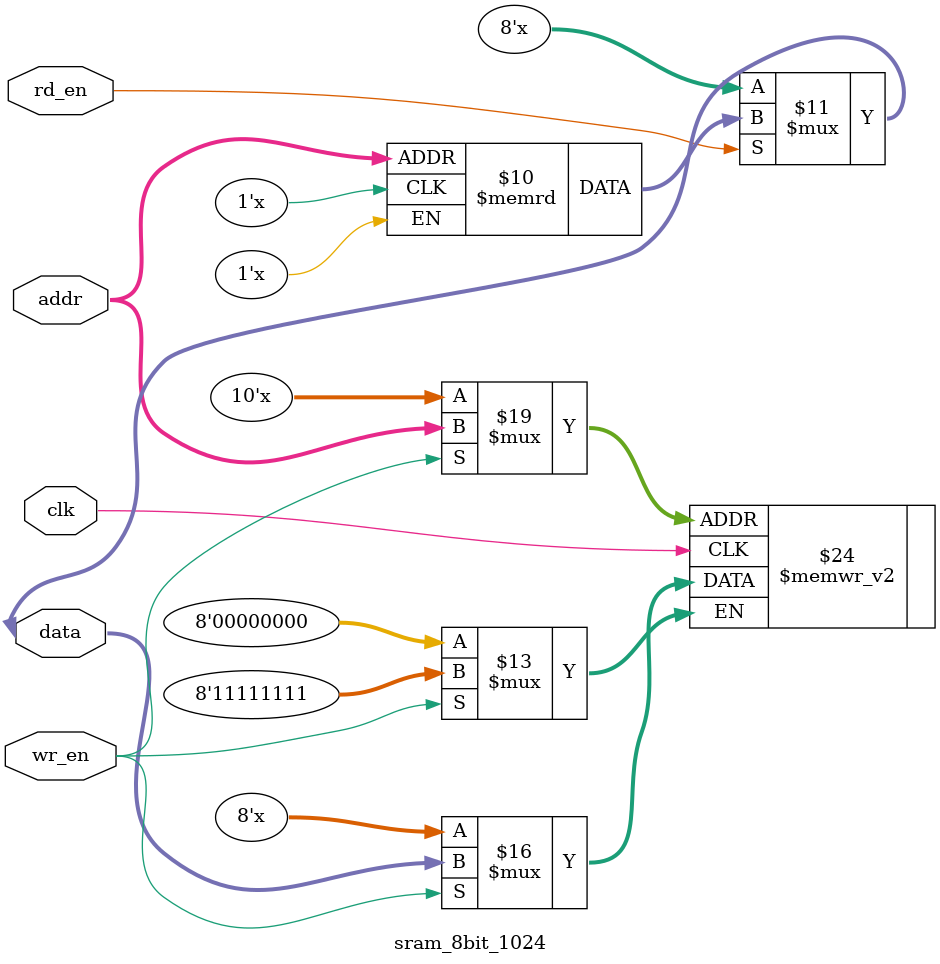
<source format=v>
module half_adder(
	input A, B,
	output sum, carry
	);

	assign carry = A&B;
	assign sum = A^B;
	
endmodule

module half_adder_N_bit #(parameter N = 4) (
    input inc,
    input [N-1:0] load_data,
    output [N-1:0] sum
);
    wire [N-1:0] carry_out;
    half_adder hadd01(.A(inc), .B(load_data[0]), .sum(sum[0]), .carry(carry_out[0]));

    genvar i;
    generate
        for (i = 1; i<N; i=i+1) begin 
            half_adder hadd_loadable(.A(carry_out[i-1]), .B(load_data[i]), .sum(sum[i]), .carry(carry_out[i]));
        end
    endgenerate
    
endmodule

module full_add_sub_4bit(
	input [3:0] A, B,
	input s,
	output [3:0] S,
	output C_o
	);
	
	wire [4:0] temp;
	assign temp = s? A-B : A+B;
	assign S = temp[3:0];
	assign C_o = s? ~temp[4] : temp[4];
	
endmodule

module up_down_counter(
    input clk, rst_p, up_down,
    output reg [3:0] count
);
    
    always@(posedge clk or posedge rst_p) begin
        if(rst_p)  count = 0;
        else begin
        if(up_down)count = count+1;
        else count = count-1;
        end
    end
endmodule


module BCD_7_Segment(
	input [3:0] num,
	output [6:0] BCD
	);
	assign BCD = (num == 0) ? 7'h01 :
				 (num == 1) ? 7'h4f :
				 (num == 2) ? 7'h12 :
				 (num == 3) ? 7'h06 :
				 (num == 4) ? 7'h4c :
				 (num == 5) ? 7'h24 :
				 (num == 6) ? 7'h20 :
				 (num == 7) ? 7'h0f :
				 (num == 8) ? 7'h00 :
				 (num == 9) ? 7'h0c :
				 (num == 10) ? 7'h08 :
				 (num == 11) ? 7'h60 :
				 (num == 12) ? 7'h72 :
				 (num == 13) ? 7'h42 :
				 (num == 14) ? 7'h30 :
				 (num == 15) ? 7'h38 : 7'h8f;
endmodule

module bin_to_dec(
        input [11:0] bin,
        output reg [15:0] bcd
    );

    reg [3:0] i;
    
    always @(bin) begin
        bcd = 0;
        for (i=0;i<12;i=i+1)begin
            bcd = {bcd[14:0], bin[11-i]};
            if(i < 11 && bcd[3:0] > 4) bcd[3:0] = bcd[3:0] + 3;
            if(i < 11 && bcd[7:4] > 4) bcd[7:4] = bcd[7:4] + 3;
            if(i < 11 && bcd[11:8] > 4) bcd[11:8] = bcd[11:8] + 3;
            if(i < 11 && bcd[15:12] > 4) bcd[15:12] = bcd[15:12] + 3;
        end
    end
endmodule


module up_down_counter_BCD_p(
    input clk, rst_p, up_down,
    output reg [3:0] count
);
    
    always@(posedge clk or posedge rst_p) begin
        if(rst_p)  count = 0;
        else begin
			if(up_down) begin
				if(count>=9)count = 0;
				else count = count+1;
			end
			else begin
				if(count == 0) count = 9;
				else count = count - 1;
			end
		end
    end
endmodule

module counter_fnd_BCD_top(
	input clk, rst_p, up_down,
	output [6:0] seg_7,
	output [3:0] com
);

	wire [3:0] count;
	assign com = 4'hf;
	
	reg[25:0] clk_div;
	
	always@(posedge clk) clk_div = clk_div + 1;
	
	up_down_counter_BCD_p counter_fnd (clk_div[25], rst_p, up_down, count);
	
	BCD_7_Segment BCD(count, seg_7);

endmodule

module ring_counter_fnd(
    input clk,
    input reset_p,
    output [3:0] com
    );

    reg[3:0] temp;
    always@(posedge clk, posedge reset_p) begin
        if(reset_p) temp <= 0;
        else begin
            if(!((temp ==4'b1110) | (temp == 4'b1011) | (temp == 4'b1101) | (temp == 4'b0111)) ) temp <= 4'b1110;
            else temp <= {temp[2:0], temp[3]};
        end
    end
    assign com = temp;
endmodule




module counter_4digit_fnd_top(
	input clk, rst_p, btn1,
	output [6:0] seg,
	output [3:0] an
);

	wire [11:0] count;
	reg[25:0] clk_div;
	wire up_down, up;
	
	always@(posedge clk or posedge rst_p) begin
	   if(rst_p) clk_div = 0;
	   else clk_div = clk_div + 1;
	end
	
	wire up_down_p;
    D_flip_flop_p dflip1(btn1, clk_div[16],  up_down);
    edge_detector_n edn1(clk, up_down,rst_p, up_down_p);
    T_flip_flop_p tflip(clk, up_down_p, rst_p, up);
	
	up_down_counter_Nbit_p #(12) counter_fnd (clk_div[25], rst_p, up, count);
	wire [15:0] dec_value;
	bin_to_dec btd(count, dec_value);
	FND_4digit_ctrl fnd_cntr( clk, rst_p, dec_value, an, seg);

endmodule

module T_flip_flop_p(        //clock?? rising edge???? ????
    input clk,t, reset_p,
    output reg q
    );
    
    always@(posedge clk)begin
    if(reset_p) q=0;
    else if(t) q=~q;
    end
    
endmodule

module up_down_counter_Nbit_p#(parameter N = 4)(
    input clk, reset_p, up_down,
    output reg [N-1:0] count
);
   
    always@(posedge clk or posedge reset_p) begin
        if(reset_p)  count <= 0;
        else begin
            if(!up_down) begin
                if(count >=14'h270f) count <= 0;
                else count <= count+1;
            end
            else begin
                if(count == 0) count <= 14'h270f;
                else count <= count - 1;
            end
        end
    end
    
endmodule

module edge_detector_p(
    input clk,
    input cp_in,
    input reset_p,
    output p_edge,
    output n_edge
);
    reg cp_in_old, cp_in_cur;
    
    always@(posedge clk or posedge reset_p)begin
        if(reset_p) begin
            cp_in_old <= 0;
            cp_in_cur <= 0;
        end
        else begin
            cp_in_old <= cp_in_cur;
            cp_in_cur <= cp_in;
        end
    end
    
    assign p_edge = ~cp_in_old & cp_in_cur;
    assign n_edge = cp_in_old & ~cp_in_cur;
    

endmodule

module edge_detector_n(
    input clk,
    input cp_in,
    input reset_p,
    output p_edge,
    output n_edge
);
    reg cp_in_old, cp_in_cur;
    
    always@(negedge clk)begin
        if(reset_p) begin
            cp_in_old <= 0;
            cp_in_cur <= 0;
        end
        else begin
            cp_in_old <= cp_in_cur;
            cp_in_cur <= cp_in;
        end
    end
    
    assign p_edge = ~cp_in_old & cp_in_cur;
    assign n_edge = cp_in_old & ~cp_in_cur;
    

endmodule

module D_flip_flop_p(
    input d,
    input clk,
    input reset_p,
    output reg q
    );
    
    always@(posedge clk or posedge reset_p)begin
        if(reset_p) q = 0;
        else q=d;
    end
    
endmodule

module D_flip_flop_n(
    input d,
    input clk, rst_p,
    output reg q
    );
    
    always@(negedge clk or posedge rst_p)begin
        if(rst_p) q=0;        
        else q=d;
    end
    
endmodule
///////////////////////////////////////////////////////////////////////////////////////////////////////////////////////////////////////////////////////////////////////////////
module shift_register_SISO_s(
    input d, clk, rst_p,
    output q
);

    wire [2:0] w;
    D_flip_flop_n dff1(d, clk,rst_p, w[2]);
    D_flip_flop_n dff2(w[2], clk, rst_p,w[1]);
    D_flip_flop_n dff3(w[1], clk, rst_p,w[0]);
    D_flip_flop_n dff4(w[0], clk, rst_p,q);

endmodule

module shift_register_SISO(
    input d, clk, rst_p,
    output reg q
);

    reg [3:0] r;
    always@(negedge clk or posedge rst_p) begin
        if(rst_p) r[3:0] <= 4'b0;
        else begin
            r[3]<= q;
            r[2] <= r[3];
            r[1] <= r[2];
            r[0] <= r[1];
            q <= r[0];
        end
    end

endmodule

module shift_register_PISO(
    input [3:0]d,
    input clk, rst_p, shift_load,
    output q
);

    reg [3:0] data;
    always@(negedge clk or posedge rst_p) begin
        if(rst_p) data[3:0] <= 4'b0;
        else if (shift_load) data <= {1'b0, data [3:1]};
        else data <= d;
    end
    assign q = data[0];

endmodule

module shift_register_SIPO_s (
    input d, clk, rst_p, rd_en,
    output [3:0] q
);
    wire [3:0] shift_register;
    D_flip_flop_n dff1(d, clk,rst_p,shift_register[3]);
    D_flip_flop_n dff2(shift_register[3], clk, rst_p,shift_register[2]);
    D_flip_flop_n dff3(shift_register[2], clk, rst_p,shift_register[1]);
    D_flip_flop_n dff4(shift_register[1], clk, rst_p,shift_register[0]);
    
    bufif1 (q[0], shift_register[0], rd_en);
    bufif1 (q[1], shift_register[1], rd_en);
    bufif1 (q[2], shift_register[2], rd_en);
    bufif1 (q[3], shift_register[3], rd_en);

endmodule

module shift_register_SIPO (
    input d, clk, rst_p, rd_en,
    output [3:0] q
);
    reg [3:0] shift_register;
    always@(negedge clk or posedge rst_p) begin
        if(rst_p) shift_register <= 0;
        else shift_register <= {d,shift_register[3:1]};
    end
    assign q = (rd_en) ? shift_register : 4'bz;
endmodule

module shift_register(
    input clk, rst_p, shift, load, sin,
    input [7:0] data_in,
    output reg [7:0] data_out
);
    
    always@(posedge clk or posedge rst_p) begin
        if(rst_p) data_out <= 0;
        else if(shift) data_out <= {sin, data_out[7:1]};
        else if(load) data_out <= data_in;
        else data_out <= data_out;
    end

endmodule

module register_Nbit_p #(parameter N = 8)(
    input [N-1:0] d,
    input clk, reset_p, wr_en, rd_en,
    output [N-1:0] register_data,
    output [N-1:0] q
);

reg[N-1:0] register;

always@(posedge clk or posedge reset_p) begin
    if(reset_p) register = 0;
    else if (wr_en) register = d;
    else register = register;
end

assign q = (rd_en)?register:'bz;
assign register_data = register;

endmodule


module sram_8bit_1024(
    input clk, wr_en, rd_en,
    input [9:0] addr,
    inout [7:0] data
);

    reg [7:0] mem [0:1023];
    
    always @(posedge clk) if(wr_en) mem[addr] <= data;
    assign data = rd_en ? mem[addr] : 8'bz;

endmodule
</source>
